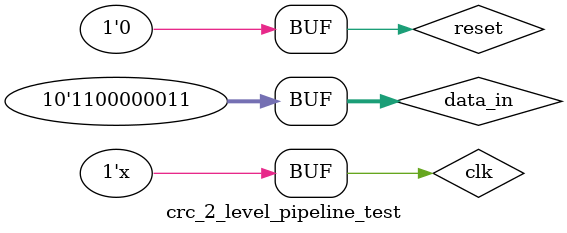
<source format=v>
`timescale 1ns / 1ps


//Verilog test bench code for generator polynomial 1+y+y8+y9 with 2 level pipelining
//Serial CRC circuit with 2 level pipelining

module crc_2_level_pipeline_test;

	// Inputs
	reg clk;
	reg reset;
	reg [9:0] data_in;

	// Outputs
	wire [8:0] data_out;
	//wire [8:0] out;

	// Instantiate the Unit Under Test (UUT)
	crc_2_level_pipeline uut (
		.clk(clk), 
		.reset(reset), 
		.data_in(data_in), 
		.data_out(data_out)
	);

	initial begin
		// Initialize Inputs
		clk = 0;
		reset = 1;
		data_in = 10'b1100000011;
		
		#1
		reset = 0;
	
		

        
		// Add stimulus here

	end
      
		always #1 clk = ~clk;
      
endmodule


</source>
